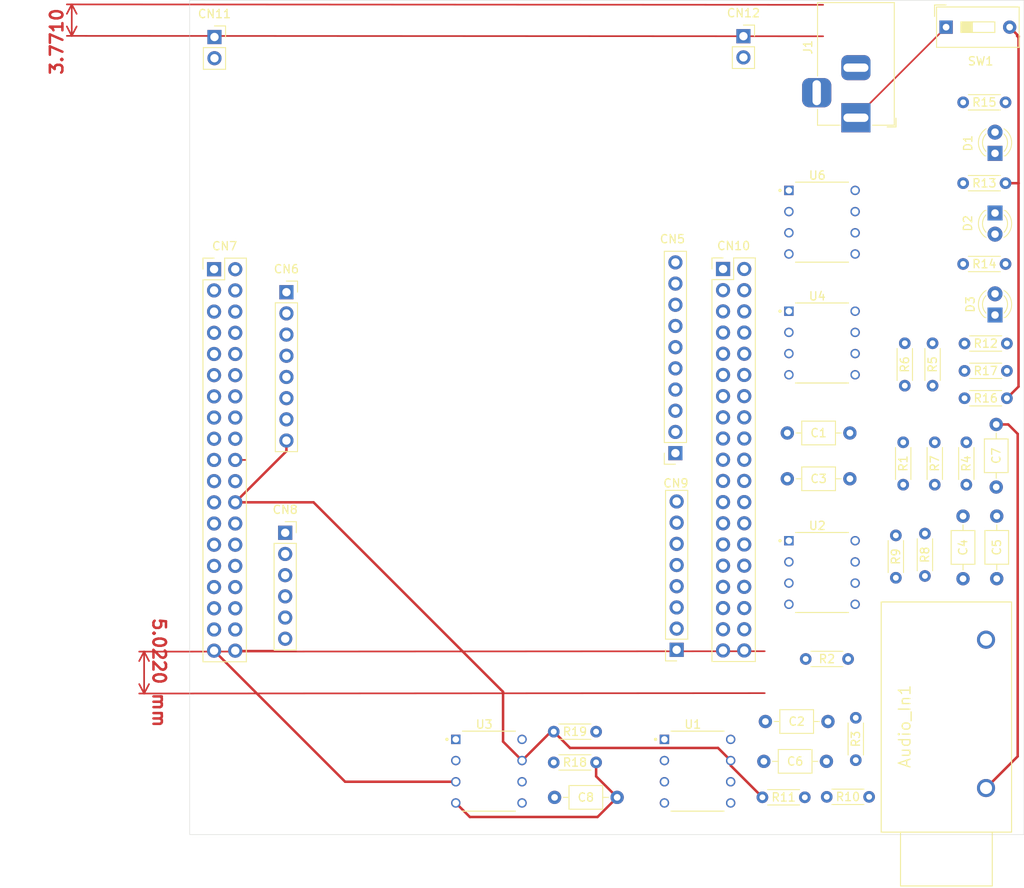
<source format=kicad_pcb>
(kicad_pcb (version 20240108) (generator "pcbnew") (generator_version "8.0")
  (layers (0 "F.Cu" signal) (31 "B.Cu" power) (34 "B.Paste" user) (35 "F.Paste" user) (36 "B.SilkS" user "B.Silkscreen") (37 "F.SilkS" user "F.Silkscreen") (38 "B.Mask" user) (39 "F.Mask" user) (44 "Edge.Cuts" user))
  (net 0 "")
  (net 1 "/PA9")
  (net 2 "/PB6")
  (net 3 "GND")
  (net 4 "/PA6")
  (net 5 "+AREF")
  (net 6 "/PC7")
  (net 7 "/PA7")
  (net 8 "/PA5")
  (net 9 "/PB8")
  (net 10 "/PB9")
  (net 11 "+5V_VIN")
  (net 12 "+5V")
  (net 13 "VIN")
  (net 14 "+3V3")
  (net 15 "/T_NRST")
  (net 16 "/PC12")
  (net 17 "/PF0")
  (net 18 "VDD")
  (net 19 "/PA0")
  (net 20 "Audio In")
  (net 21 "/PC10")
  (net 22 "E5V")
  (net 23 "/PA1")
  (net 24 "/PF1")
  (net 25 "/PB7")
  (net 26 "/PC11")
  (net 27 "/PC13")
  (net 28 "VBAT")
  (net 29 "/PA3")
  (net 30 "Net-(C1-Pad1)")
  (net 31 "/PA2")
  (net 32 "/PA15")
  (net 33 "/PD2")
  (net 34 "/DAC1")
  (net 35 "/PC2")
  (net 36 "/PC15")
  (net 37 "/PC14")
  (net 38 "/ARD D0 RX")
  (net 39 "/PA8")
  (net 40 "/PB3")
  (net 41 "/PB4")
  (net 42 "/PB10")
  (net 43 "/PA10")
  (net 44 "/ARD D1 TX")
  (net 45 "/PB5")
  (net 46 "/PB13")
  (net 48 "/PC4")
  (net 49 "/PC8")
  (net 50 "/PB14")
  (net 51 "+VREFP")
  (net 52 "/PC9")
  (net 53 "/PA12")
  (net 54 "/PA11")
  (net 55 "AGND")
  (net 56 "/PB1")
  (net 59 "+5V_USB_CHGR")
  (net 60 "/PB11")
  (net 61 "/PB2")
  (net 62 "/PC5")
  (net 63 "/PB15")
  (net 64 "/PC6")
  (net 65 "/PB12")
  (net 70 "Net-(C2-Pad2)")
  (net 71 "Net-(U1--)")
  (net 72 "Net-(U1-+)")
  (net 73 "Net-(C4-Pad2)")
  (net 74 "Net-(U2--)")
  (net 75 "Net-(U2-+)")
  (net 76 "Net-(C6-Pad2)")
  (net 77 "ADC1")
  (net 78 "Net-(SW1-A)")
  (net 79 "Net-(R1-Pad1)")
  (net 80 "Net-(U3--)")
  (net 81 "Net-(D2-A)")
  (net 82 "Net-(C7-Pad1)")
  (net 83 "Net-(D1-A)")
  (net 84 "Net-(D3-A)")
  (net 85 "Net-(R14-Pad1)")
  (net 86 "Net-(R15-Pad1)")
  (net 87 "Net-(U4--)")
  (net 88 "Net-(U6-+)")
  (net 89 "Net-(U6--)")
  (footprint "Connector_PinSocket_2.54mm:PinSocket_1x02_P2.54mm_Vertical" (layer "F.Cu") (at 24.982 20.45)
    (property "Reference" "CN11" (at 0 -2.77 360) (layer "F.SilkS"))
    (property "Value" "Conn_01x02")
    (pad "1" thru_hole rect (at 0 0) (size 1.7 1.7) (drill 1) (layers "*.Cu" "*.Mask") (net 3 "GND"))
    (pad "2" thru_hole oval (at 0 2.54) (size 1.7 1.7) (drill 1) (layers "*.Cu" "*.Mask") (net 3 "GND"))
  )
  (footprint "Resistor_THT:R_Axial_DIN0204_L3.6mm_D1.6mm_P5.08mm_Horizontal" (layer "F.Cu") (at 114.717 28.279)
    (property "Reference" "R15" (at 2.54 0 360) (layer "F.SilkS"))
    (property "Value" "220")
    (pad "1" thru_hole circle (at 0 0) (size 1.4 1.4) (drill 0.7) (layers "*.Cu" "*.Mask") (net 86 "Net-(R15-Pad1)"))
    (pad "2" thru_hole oval (at 5.08 0) (size 1.4 1.4) (drill 0.7) (layers "*.Cu" "*.Mask") (net 83 "Net-(D1-A)"))
  )
  (footprint "Capacitor_THT:C_Axial_L3.8mm_D2.6mm_P7.50mm_Horizontal" (layer "F.Cu") (at 90.829 107.267)
    (property "Reference" "C6" (at 3.75 0 360) (layer "F.SilkS"))
    (property "Value" "270µ")
    (pad "1" thru_hole circle (at 0 0) (size 1.6 1.6) (drill 0.8) (layers "*.Cu" "*.Mask") (net 74 "Net-(U2--)"))
    (pad "2" thru_hole oval (at 7.5 0) (size 1.6 1.6) (drill 0.8) (layers "*.Cu" "*.Mask") (net 76 "Net-(C6-Pad2)"))
  )
  (footprint "LED_THT:LED_D3.0mm" (layer "F.Cu") (at 118.537 41.541 -90)
    (property "Reference" "D2" (at 1.238 3.258 90) (layer "F.SilkS"))
    (property "Value" "LED")
    (pad "1" thru_hole rect (at 0 0 270) (size 1.8 1.8) (drill 0.9) (layers "*.Cu" "*.Mask") (net 55 "AGND"))
    (pad "2" thru_hole circle (at 2.54 0 270) (size 1.8 1.8) (drill 0.9) (layers "*.Cu" "*.Mask") (net 81 "Net-(D2-A)"))
  )
  (footprint "Button_Switch_THT:SW_DIP_SPSTx01_Slide_9.78x4.72mm_W7.62mm_P2.54mm" (layer "F.Cu") (at 112.67 19.267)
    (property "Reference" "SW1" (at 4.1385 4.078 360) (layer "F.SilkS"))
    (property "Value" "SW_SPST")
    (pad "1" thru_hole rect (at 0 0) (size 1.6 1.6) (drill 0.8) (layers "*.Cu" "*.Mask") (net 78 "Net-(SW1-A)"))
    (pad "2" thru_hole oval (at 7.62 0) (size 1.6 1.6) (drill 0.8) (layers "*.Cu" "*.Mask") (net 13 "VIN"))
  )
  (footprint "Capacitor_THT:C_Axial_L3.8mm_D2.6mm_P7.50mm_Horizontal" (layer "F.Cu") (at 114.702 77.876 -90)
    (property "Reference" "C4" (at 3.75 0 90) (layer "F.SilkS"))
    (property "Value" "1.8n")
    (pad "1" thru_hole circle (at 0 0 270) (size 1.6 1.6) (drill 0.8) (layers "*.Cu" "*.Mask") (net 74 "Net-(U2--)"))
    (pad "2" thru_hole oval (at 7.5 0 270) (size 1.6 1.6) (drill 0.8) (layers "*.Cu" "*.Mask") (net 73 "Net-(C4-Pad2)"))
  )
  (footprint "Connector_PinSocket_2.54mm:PinSocket_1x06_P2.54mm_Vertical" (layer "F.Cu") (at 33.459 79.869)
    (property "Reference" "CN8" (at 0 -2.77 360) (layer "F.SilkS"))
    (property "Value" "Conn_01x06")
    (pad "1" thru_hole rect (at 0 0) (size 1.7 1.7) (drill 1) (layers "*.Cu" "*.Mask") (net 19 "/PA0"))
    (pad "2" thru_hole oval (at 0 2.54) (size 1.7 1.7) (drill 1) (layers "*.Cu" "*.Mask") (net 23 "/PA1"))
    (pad "3" thru_hole oval (at 0 5.08) (size 1.7 1.7) (drill 1) (layers "*.Cu" "*.Mask") (net 31 "/PA2"))
    (pad "4" thru_hole oval (at 0 7.62) (size 1.7 1.7) (drill 1) (layers "*.Cu" "*.Mask") (net 29 "/PA3"))
    (pad "5" thru_hole oval (at 0 10.16) (size 1.7 1.7) (drill 1) (layers "*.Cu" "*.Mask") (net 34 "/DAC1"))
    (pad "6" thru_hole oval (at 0 12.7) (size 1.7 1.7) (drill 1) (layers "*.Cu" "*.Mask") (net 8 "/PA5"))
  )
  (footprint "Resistor_THT:R_Axial_DIN0204_L3.6mm_D1.6mm_P5.08mm_Horizontal" (layer "F.Cu") (at 101.846 107.125 90)
    (property "Reference" "R3" (at 2.54 0 90) (layer "F.SilkS"))
    (property "Value" "56K")
    (pad "1" thru_hole circle (at 0 0 90) (size 1.4 1.4) (drill 0.7) (layers "*.Cu" "*.Mask") (net 70 "Net-(C2-Pad2)"))
    (pad "2" thru_hole oval (at 5.08 0 90) (size 1.4 1.4) (drill 0.7) (layers "*.Cu" "*.Mask") (net 72 "Net-(U1-+)"))
  )
  (footprint "Resistor_THT:R_Axial_DIN0204_L3.6mm_D1.6mm_P5.08mm_Horizontal" (layer "F.Cu") (at 107.532 74.106 90)
    (property "Reference" "R1" (at 2.54 0 90) (layer "F.SilkS"))
    (property "Value" "56K")
    (pad "1" thru_hole circle (at 0 0 90) (size 1.4 1.4) (drill 0.7) (layers "*.Cu" "*.Mask") (net 79 "Net-(R1-Pad1)"))
    (pad "2" thru_hole oval (at 5.08 0 90) (size 1.4 1.4) (drill 0.7) (layers "*.Cu" "*.Mask") (net 30 "Net-(C1-Pad1)"))
  )
  (footprint "Resistor_THT:R_Axial_DIN0204_L3.6mm_D1.6mm_P5.08mm_Horizontal" (layer "F.Cu") (at 119.797 37.967 180)
    (property "Reference" "R13" (at 2.54 0 0) (layer "F.SilkS"))
    (property "Value" "220")
    (pad "1" thru_hole circle (at 0 0 180) (size 1.4 1.4) (drill 0.7) (layers "*.Cu" "*.Mask") (net 13 "VIN"))
    (pad "2" thru_hole oval (at 5.08 0 180) (size 1.4 1.4) (drill 0.7) (layers "*.Cu" "*.Mask") (net 81 "Net-(D2-A)"))
  )
  (footprint "Connector_BarrelJack:BarrelJack_Horizontal" (layer "F.Cu") (at 101.8635 30.124 -90)
    (property "Reference" "J1" (at -8.45 5.75 90) (layer "F.SilkS"))
    (property "Value" "Barrel_Jack_Switch")
    (pad "1" thru_hole rect (at 0 0 270) (size 3.5 3.5) (drill oval 1 3) (layers "*.Cu" "*.Mask") (net 78 "Net-(SW1-A)"))
    (pad "2" thru_hole roundrect (at -6 0 270) (size 3 3.5) (drill oval 1 3) (layers "*.Cu" "*.Mask") (net 55 "AGND"))
    (pad "3" thru_hole roundrect (at -3 4.7 270) (size 3.5 3.5) (drill oval 3 1) (layers "*.Cu" "*.Mask") (net 55 "AGND"))
  )
  (footprint "Resistor_THT:R_Axial_DIN0204_L3.6mm_D1.6mm_P5.08mm_Horizontal" (layer "F.Cu") (at 70.725 103.707 180)
    (property "Reference" "R19" (at 2.54 0 360) (layer "F.SilkS"))
    (property "Value" "220")
    (pad "1" thru_hole circle (at 0 0 180) (size 1.4 1.4) (drill 0.7) (layers "*.Cu" "*.Mask") (net 80 "Net-(U3--)"))
    (pad "2" thru_hole oval (at 5.08 0 180) (size 1.4 1.4) (drill 0.7) (layers "*.Cu" "*.Mask") (net 13 "VIN"))
  )
  (footprint "Connector_PinSocket_2.54mm:PinSocket_1x10_P2.54mm_Vertical" (layer "F.Cu") (at 80.229 70.323 180)
    (property "Reference" "CN5" (at 0.355 25.655 360) (layer "F.SilkS"))
    (property "Value" "Conn_01x10")
    (pad "1" thru_hole rect (at 0 0 180) (size 1.7 1.7) (drill 1) (layers "*.Cu" "*.Mask") (net 1 "/PA9"))
    (pad "2" thru_hole oval (at 0 2.54 180) (size 1.7 1.7) (drill 1) (layers "*.Cu" "*.Mask") (net 6 "/PC7"))
    (pad "3" thru_hole oval (at 0 5.08 180) (size 1.7 1.7) (drill 1) (layers "*.Cu" "*.Mask") (net 2 "/PB6"))
    (pad "4" thru_hole oval (at 0 7.62 180) (size 1.7 1.7) (drill 1) (layers "*.Cu" "*.Mask") (net 7 "/PA7"))
    (pad "5" thru_hole oval (at 0 10.16 180) (size 1.7 1.7) (drill 1) (layers "*.Cu" "*.Mask") (net 4 "/PA6"))
    (pad "6" thru_hole oval (at 0 12.7 180) (size 1.7 1.7) (drill 1) (layers "*.Cu" "*.Mask") (net 8 "/PA5"))
    (pad "7" thru_hole oval (at 0 15.24 180) (size 1.7 1.7) (drill 1) (layers "*.Cu" "*.Mask") (net 3 "GND"))
    (pad "8" thru_hole oval (at 0 17.78 180) (size 1.7 1.7) (drill 1) (layers "*.Cu" "*.Mask") (net 5 "+AREF"))
    (pad "9" thru_hole oval (at 0 20.32 180) (size 1.7 1.7) (drill 1) (layers "*.Cu" "*.Mask") (net 10 "/PB9"))
    (pad "10" thru_hole oval (at 0 22.86 180) (size 1.7 1.7) (drill 1) (layers "*.Cu" "*.Mask") (net 9 "/PB8"))
  )
  (footprint "Connector_PinSocket_2.54mm:PinSocket_2x19_P2.54mm_Vertical" (layer "F.Cu") (at 24.933 94 180)
    (property "Reference" "CN7" (at -1.27 48.49 360) (layer "F.SilkS"))
    (property "Value" "Conn_02x19_Odd_Even")
    (pad "1" thru_hole rect (at 0 45.72) (size 1.7 1.7) (drill 1) (layers "*.Cu" "*.Mask") (net 21 "/PC10"))
    (pad "2" thru_hole oval (at -2.54 45.72) (size 1.7 1.7) (drill 1) (layers "*.Cu" "*.Mask") (net 26 "/PC11"))
    (pad "3" thru_hole oval (at 0 43.18) (size 1.7 1.7) (drill 1) (layers "*.Cu" "*.Mask") (net 16 "/PC12"))
    (pad "4" thru_hole oval (at -2.54 43.18) (size 1.7 1.7) (drill 1) (layers "*.Cu" "*.Mask") (net 33 "/PD2"))
    (pad "5" thru_hole oval (at 0 40.64) (size 1.7 1.7) (drill 1) (layers "*.Cu" "*.Mask") (net 18 "VDD"))
    (pad "6" thru_hole oval (at -2.54 40.64) (size 1.7 1.7) (drill 1) (layers "*.Cu" "*.Mask") (net 22 "E5V"))
    (pad "7" thru_hole oval (at 0 38.1) (size 1.7 1.7) (drill 1) (layers "*.Cu" "*.Mask") (net 9 "/PB8"))
    (pad "8" thru_hole oval (at -2.54 38.1) (size 1.7 1.7) (drill 1) (layers "*.Cu" "*.Mask") (net 3 "GND"))
    (pad "9" thru_hole oval (at 0 35.56) (size 1.7 1.7) (drill 1) (layers "*.Cu" "*.Mask"))
    (pad "10" thru_hole oval (at -2.54 35.56) (size 1.7 1.7) (drill 1) (layers "*.Cu" "*.Mask"))
    (pad "11" thru_hole oval (at 0 33.02) (size 1.7 1.7) (drill 1) (layers "*.Cu" "*.Mask"))
    (pad "12" thru_hole oval (at -2.54 33.02) (size 1.7 1.7) (drill 1) (layers "*.Cu" "*.Mask") (net 12 "+5V"))
    (pad "13" thru_hole oval (at 0 30.48) (size 1.7 1.7) (drill 1) (layers "*.Cu" "*.Mask") (net 27 "/PC13"))
    (pad "14" thru_hole oval (at -2.54 30.48) (size 1.7 1.7) (drill 1) (layers "*.Cu" "*.Mask") (net 15 "/T_NRST"))
    (pad "15" thru_hole oval (at 0 27.94) (size 1.7 1.7) (drill 1) (layers "*.Cu" "*.Mask") (net 37 "/PC14"))
    (pad "16" thru_hole oval (at -2.54 27.94) (size 1.7 1.7) (drill 1) (layers "*.Cu" "*.Mask") (net 12 "+5V"))
    (pad "17" thru_hole oval (at 0 25.4) (size 1.7 1.7) (drill 1) (layers "*.Cu" "*.Mask") (net 32 "/PA15"))
    (pad "18" thru_hole oval (at -2.54 25.4) (size 1.7 1.7) (drill 1) (layers "*.Cu" "*.Mask") (net 14 "+3V3"))
    (pad "19" thru_hole oval (at 0 22.86) (size 1.7 1.7) (drill 1) (layers "*.Cu" "*.Mask") (net 3 "GND"))
    (pad "20" thru_hole oval (at -2.54 22.86) (size 1.7 1.7) (drill 1) (layers "*.Cu" "*.Mask") (net 3 "GND"))
    (pad "21" thru_hole oval (at 0 20.32) (size 1.7 1.7) (drill 1) (layers "*.Cu" "*.Mask") (net 25 "/PB7"))
    (pad "22" thru_hole oval (at -2.54 20.32) (size 1.7 1.7) (drill 1) (layers "*.Cu" "*.Mask") (net 3 "GND"))
    (pad "23" thru_hole oval (at 0 17.78) (size 1.7 1.7) (drill 1) (layers "*.Cu" "*.Mask") (net 27 "/PC13"))
    (pad "24" thru_hole oval (at -2.54 17.78) (size 1.7 1.7) (drill 1) (layers "*.Cu" "*.Mask") (net 13 "VIN"))
    (pad "25" thru_hole oval (at 0 15.24) (size 1.7 1.7) (drill 1) (layers "*.Cu" "*.Mask") (net 37 "/PC14"))
    (pad "26" thru_hole oval (at -2.54 15.24) (size 1.7 1.7) (drill 1) (layers "*.Cu" "*.Mask"))
    (pad "27" thru_hole oval (at 0 12.7) (size 1.7 1.7) (drill 1) (layers "*.Cu" "*.Mask") (net 36 "/PC15"))
    (pad "28" thru_hole oval (at -2.54 12.7) (size 1.7 1.7) (drill 1) (layers "*.Cu" "*.Mask") (net 19 "/PA0"))
    (pad "29" thru_hole oval (at 0 10.16) (size 1.7 1.7) (drill 1) (layers "*.Cu" "*.Mask") (net 17 "/PF0"))
    (pad "30" thru_hole oval (at -2.54 10.16) (size 1.7 1.7) (drill 1) (layers "*.Cu" "*.Mask") (net 23 "/PA1"))
    (pad "31" thru_hole oval (at 0 7.62) (size 1.7 1.7) (drill 1) (layers "*.Cu" "*.Mask") (net 24 "/PF1"))
    (pad "32" thru_hole oval (at -2.54 7.62) (size 1.7 1.7) (drill 1) (layers "*.Cu" "*.Mask") (net 31 "/PA2"))
    (pad "33" thru_hole oval (at 0 5.08) (size 1.7 1.7) (drill 1) (layers "*.Cu" "*.Mask") (net 28 "VBAT"))
    (pad "34" thru_hole oval (at -2.54 5.08) (size 1.7 1.7) (drill 1) (layers "*.Cu" "*.Mask") (net 29 "/PA3"))
    (pad "35" thru_hole oval (at 0 2.54) (size 1.7 1.7) (drill 1) (layers "*.Cu" "*.Mask") (net 35 "/PC2"))
    (pad "36" thru_hole oval (at -2.54 2.54) (size 1.7 1.7) (drill 1) (layers "*.Cu" "*.Mask") (net 34 "/DAC1"))
    (pad "37" thru_hole oval (at 0 0) (size 1.7 1.7) (drill 1) (layers "*.Cu" "*.Mask") (net 77 "ADC1"))
    (pad "38" thru_hole oval (at -2.54 0) (size 1.7 1.7) (drill 1) (layers "*.Cu" "*.Mask") (net 8 "/PA5"))
  )
  (footprint "OP07DP:DIP794W45P254L959H508Q8" (layer "F.Cu") (at 97.801 42.644)
    (property "Reference" "U6" (at -0.565 -5.607 0) (layer "F.SilkS"))
    (property "Value" "OP07")
    (pad "1" thru_hole rect (at -3.97 -3.81) (size 1.13 1.13) (drill 0.78) (layers "*.Cu" "*.Mask"))
    (pad "2" thru_hole circle (at -3.97 -1.27) (size 1.13 1.13) (drill 0.78) (layers "*.Cu" "*.Mask") (net 89 "Net-(U6--)"))
    (pad "3" thru_hole circle (at -3.97 1.27) (size 1.13 1.13) (drill 0.78) (layers "*.Cu" "*.Mask") (net 88 "Net-(U6-+)"))
    (pad "4" thru_hole circle (at -3.97 3.81) (size 1.13 1.13) (drill 0.78) (layers "*.Cu" "*.Mask") (net 55 "AGND"))
    (pad "5" thru_hole circle (at 3.97 3.81) (size 1.13 1.13) (drill 0.78) (layers "*.Cu" "*.Mask"))
    (pad "6" thru_hole circle (at 3.97 1.27) (size 1.13 1.13) (drill 0.78) (layers "*.Cu" "*.Mask") (net 79 "Net-(R1-Pad1)"))
    (pad "7" thru_hole circle (at 3.97 -1.27) (size 1.13 1.13) (drill 0.78) (layers "*.Cu" "*.Mask") (net 13 "VIN"))
    (pad "8" thru_hole circle (at 3.97 -3.81) (size 1.13 1.13) (drill 0.78) (layers "*.Cu" "*.Mask"))
  )
  (footprint "Resistor_THT:R_Axial_DIN0204_L3.6mm_D1.6mm_P5.08mm_Horizontal" (layer "F.Cu") (at 98.366 111.521)
    (property "Reference" "R10" (at 2.54 0 360) (layer "F.SilkS"))
    (property "Value" "800")
    (pad "1" thru_hole circle (at 0 0) (size 1.4 1.4) (drill 0.7) (layers "*.Cu" "*.Mask") (net 76 "Net-(C6-Pad2)"))
    (pad "2" thru_hole oval (at 5.08 0) (size 1.4 1.4) (drill 0.7) (layers "*.Cu" "*.Mask") (net 77 "ADC1"))
  )
  (footprint "Resistor_THT:R_Axial_DIN0204_L3.6mm_D1.6mm_P5.08mm_Horizontal" (layer "F.Cu") (at 115.097 74.106 90)
    (property "Reference" "R4" (at 2.54 0 90) (layer "F.SilkS"))
    (property "Value" "10K")
    (pad "1" thru_hole circle (at 0 0 90) (size 1.4 1.4) (drill 0.7) (layers "*.Cu" "*.Mask") (net 82 "Net-(C7-Pad1)"))
    (pad "2" thru_hole oval (at 5.08 0 90) (size 1.4 1.4) (drill 0.7) (layers "*.Cu" "*.Mask") (net 89 "Net-(U6--)"))
  )
  (footprint "Resistor_THT:R_Axial_DIN0204_L3.6mm_D1.6mm_P5.08mm_Horizontal" (layer "F.Cu") (at 106.65 85.263 90)
    (property "Reference" "R9" (at 2.54 0 90) (layer "F.SilkS"))
    (property "Value" "56K")
    (pad "1" thru_hole circle (at 0 0 90) (size 1.4 1.4) (drill 0.7) (layers "*.Cu" "*.Mask") (net 73 "Net-(C4-Pad2)"))
    (pad "2" thru_hole oval (at 5.08 0 90) (size 1.4 1.4) (drill 0.7) (layers "*.Cu" "*.Mask") (net 75 "Net-(U2-+)"))
  )
  (footprint "Capacitor_THT:C_Axial_L3.8mm_D2.6mm_P7.50mm_Horizontal" (layer "F.Cu") (at 118.68 74.387 90)
    (property "Reference" "C7" (at 3.75 0 90) (layer "F.SilkS"))
    (property "Value" "150µ")
    (pad "1" thru_hole circle (at 0 0 90) (size 1.6 1.6) (drill 0.8) (layers "*.Cu" "*.Mask") (net 82 "Net-(C7-Pad1)"))
    (pad "2" thru_hole oval (at 7.5 0 90) (size 1.6 1.6) (drill 0.8) (layers "*.Cu" "*.Mask") (net 20 "Audio In"))
  )
  (footprint "Connector_PinSocket_2.54mm:PinSocket_1x08_P2.54mm_Vertical" (layer "F.Cu") (at 80.376 93.897 180)
    (property "Reference" "CN9" (at 0.09 19.965 360) (layer "F.SilkS"))
    (property "Value" "Conn_01x08")
    (pad "1" thru_hole rect (at 0 0 180) (size 1.7 1.7) (drill 1) (layers "*.Cu" "*.Mask") (net 38 "/ARD D0 RX"))
    (pad "2" thru_hole oval (at 0 2.54 180) (size 1.7 1.7) (drill 1) (layers "*.Cu" "*.Mask") (net 44 "/ARD D1 TX"))
    (pad "3" thru_hole oval (at 0 5.08 180) (size 1.7 1.7) (drill 1) (layers "*.Cu" "*.Mask") (net 43 "/PA10"))
    (pad "4" thru_hole oval (at 0 7.62 180) (size 1.7 1.7) (drill 1) (layers "*.Cu" "*.Mask") (net 40 "/PB3"))
    (pad "5" thru_hole oval (at 0 10.16 180) (size 1.7 1.7) (drill 1) (layers "*.Cu" "*.Mask") (net 45 "/PB5"))
    (pad "6" thru_hole oval (at 0 12.7 180) (size 1.7 1.7) (drill 1) (layers "*.Cu" "*.Mask") (net 41 "/PB4"))
    (pad "7" thru_hole oval (at 0 15.24 180) (size 1.7 1.7) (drill 1) (layers "*.Cu" "*.Mask") (net 42 "/PB10"))
    (pad "8" thru_hole oval (at 0 17.78 180) (size 1.7 1.7) (drill 1) (layers "*.Cu" "*.Mask") (net 39 "/PA8"))
  )
  (footprint "Connector_PinSocket_2.54mm:PinSocket_1x02_P2.54mm_Vertical" (layer "F.Cu") (at 88.382 20.35)
    (property "Reference" "CN12" (at 0 -2.77 360) (layer "F.SilkS"))
    (property "Value" "Conn_01x02")
    (pad "1" thru_hole rect (at 0 0) (size 1.7 1.7) (drill 1) (layers "*.Cu" "*.Mask") (net 3 "GND"))
    (pad "2" thru_hole oval (at 0 2.54) (size 1.7 1.7) (drill 1) (layers "*.Cu" "*.Mask") (net 3 "GND"))
  )
  (footprint "LED_THT:LED_D3.0mm" (layer "F.Cu") (at 118.537 34.393 90)
    (property "Reference" "D1" (at 1.213 -3.235 90) (layer "F.SilkS"))
    (property "Value" "LED")
    (pad "1" thru_hole rect (at 0 0 90) (size 1.8 1.8) (drill 0.9) (layers "*.Cu" "*.Mask") (net 55 "AGND"))
    (pad "2" thru_hole circle (at 2.54 0 90) (size 1.8 1.8) (drill 0.9) (layers "*.Cu" "*.Mask") (net 83 "Net-(D1-A)"))
  )
  (footprint "Resistor_THT:R_Axial_DIN0204_L3.6mm_D1.6mm_P5.08mm_Horizontal" (layer "F.Cu") (at 95.847 94.995)
    (property "Reference" "R2" (at 2.54 0 0) (layer "F.SilkS"))
    (property "Value" "56K")
    (pad "1" thru_hole circle (at 0 0) (size 1.4 1.4) (drill 0.7) (layers "*.Cu" "*.Mask") (net 30 "Net-(C1-Pad1)"))
    (pad "2" thru_hole oval (at 5.08 0) (size 1.4 1.4) (drill 0.7) (layers "*.Cu" "*.Mask") (net 70 "Net-(C2-Pad2)"))
  )
  (footprint "Connector_PinSocket_2.54mm:PinSocket_2x19_P2.54mm_Vertical" (layer "F.Cu") (at 85.938 93.973 180)
    (property "Reference" "CN10" (at -1.27 48.49 360) (layer "F.SilkS"))
    (property "Value" "Conn_02x19_Odd_Even")
    (pad "1" thru_hole rect (at 0 45.72) (size 1.7 1.7) (drill 1) (layers "*.Cu" "*.Mask") (net 52 "/PC9"))
    (pad "2" thru_hole oval (at -2.54 45.72) (size 1.7 1.7) (drill 1) (layers "*.Cu" "*.Mask") (net 49 "/PC8"))
    (pad "3" thru_hole oval (at 0 43.18) (size 1.7 1.7) (drill 1) (layers "*.Cu" "*.Mask") (net 9 "/PB8"))
    (pad "4" thru_hole oval (at -2.54 43.18) (size 1.7 1.7) (drill 1) (layers "*.Cu" "*.Mask") (net 64 "/PC6"))
    (pad "5" thru_hole oval (at 0 40.64) (size 1.7 1.7) (drill 1) (layers "*.Cu" "*.Mask") (net 10 "/PB9"))
    (pad "6" thru_hole oval (at -2.54 40.64) (size 1.7 1.7) (drill 1) (layers "*.Cu" "*.Mask") (net 62 "/PC5"))
    (pad "7" thru_hole oval (at 0 38.1) (size 1.7 1.7) (drill 1) (layers "*.Cu" "*.Mask") (net 51 "+VREFP"))
    (pad "8" thru_hole oval (at -2.54 38.1) (size 1.7 1.7) (drill 1) (layers "*.Cu" "*.Mask") (net 59 "+5V_USB_CHGR"))
    (pad "9" thru_hole oval (at 0 35.56) (size 1.7 1.7) (drill 1) (layers "*.Cu" "*.Mask") (net 3 "GND"))
    (pad "10" thru_hole oval (at -2.54 35.56) (size 1.7 1.7) (drill 1) (layers "*.Cu" "*.Mask"))
    (pad "11" thru_hole oval (at 0 33.02) (size 1.7 1.7) (drill 1) (layers "*.Cu" "*.Mask") (net 8 "/PA5"))
    (pad "12" thru_hole oval (at -2.54 33.02) (size 1.7 1.7) (drill 1) (layers "*.Cu" "*.Mask") (net 53 "/PA12"))
    (pad "13" thru_hole oval (at 0 30.48) (size 1.7 1.7) (drill 1) (layers "*.Cu" "*.Mask") (net 4 "/PA6"))
    (pad "14" thru_hole oval (at -2.54 30.48) (size 1.7 1.7) (drill 1) (layers "*.Cu" "*.Mask") (net 54 "/PA11"))
    (pad "15" thru_hole oval (at 0 27.94) (size 1.7 1.7) (drill 1) (layers "*.Cu" "*.Mask") (net 7 "/PA7"))
    (pad "16" thru_hole oval (at -2.54 27.94) (size 1.7 1.7) (drill 1) (layers "*.Cu" "*.Mask") (net 65 "/PB12"))
    (pad "17" thru_hole oval (at 0 25.4) (size 1.7 1.7) (drill 1) (layers "*.Cu" "*.Mask") (net 2 "/PB6"))
    (pad "18" thru_hole oval (at -2.54 25.4) (size 1.7 1.7) (drill 1) (layers "*.Cu" "*.Mask") (net 60 "/PB11"))
    (pad "19" thru_hole oval (at 0 22.86) (size 1.7 1.7) (drill 1) (layers "*.Cu" "*.Mask") (net 6 "/PC7"))
    (pad "20" thru_hole oval (at -2.54 22.86) (size 1.7 1.7) (drill 1) (layers "*.Cu" "*.Mask") (net 3 "GND"))
    (pad "21" thru_hole oval (at 0 20.32) (size 1.7 1.7) (drill 1) (layers "*.Cu" "*.Mask") (net 1 "/PA9"))
    (pad "22" thru_hole oval (at -2.54 20.32) (size 1.7 1.7) (drill 1) (layers "*.Cu" "*.Mask") (net 61 "/PB2"))
    (pad "23" thru_hole oval (at 0 17.78) (size 1.7 1.7) (drill 1) (layers "*.Cu" "*.Mask") (net 39 "/PA8"))
    (pad "24" thru_hole oval (at -2.54 17.78) (size 1.7 1.7) (drill 1) (layers "*.Cu" "*.Mask") (net 56 "/PB1"))
    (pad "25" thru_hole oval (at 0 15.24) (size 1.7 1.7) (drill 1) (layers "*.Cu" "*.Mask") (net 42 "/PB10"))
    (pad "26" thru_hole oval (at -2.54 15.24) (size 1.7 1.7) (drill 1) (layers "*.Cu" "*.Mask") (net 63 "/PB15"))
    (pad "27" thru_hole oval (at 0 12.7) (size 1.7 1.7) (drill 1) (layers "*.Cu" "*.Mask") (net 41 "/PB4"))
    (pad "28" thru_hole oval (at -2.54 12.7) (size 1.7 1.7) (drill 1) (layers "*.Cu" "*.Mask") (net 50 "/PB14"))
    (pad "29" thru_hole oval (at 0 10.16) (size 1.7 1.7) (drill 1) (layers "*.Cu" "*.Mask") (net 45 "/PB5"))
    (pad "30" thru_hole oval (at -2.54 10.16) (size 1.7 1.7) (drill 1) (layers "*.Cu" "*.Mask") (net 46 "/PB13"))
    (pad "31" thru_hole oval (at 0 7.62) (size 1.7 1.7) (drill 1) (layers "*.Cu" "*.Mask") (net 40 "/PB3"))
    (pad "32" thru_hole oval (at -2.54 7.62) (size 1.7 1.7) (drill 1) (layers "*.Cu" "*.Mask") (net 55 "AGND"))
    (pad "33" thru_hole oval (at 0 5.08) (size 1.7 1.7) (drill 1) (layers "*.Cu" "*.Mask") (net 43 "/PA10"))
    (pad "34" thru_hole oval (at -2.54 5.08) (size 1.7 1.7) (drill 1) (layers "*.Cu" "*.Mask") (net 48 "/PC4"))
    (pad "35" thru_hole oval (at 0 2.54) (size 1.7 1.7) (drill 1) (layers "*.Cu" "*.Mask") (net 44 "/ARD D1 TX"))
    (pad "36" thru_hole oval (at -2.54 2.54) (size 1.7 1.7) (drill 1) (layers "*.Cu" "*.Mask"))
    (pad "37" thru_hole oval (at 0 0) (size 1.7 1.7) (drill 1) (layers "*.Cu" "*.Mask") (net 38 "/ARD D0 RX"))
    (pad "38" thru_hole oval (at -2.54 0) (size 1.7 1.7) (drill 1) (layers "*.Cu" "*.Mask"))
  )
  (footprint "Resistor_THT:R_Axial_DIN0204_L3.6mm_D1.6mm_P5.08mm_Horizontal" (layer "F.Cu") (at 111.3145 74.106 90)
    (property "Reference" "R7" (at 2.54 0 90) (layer "F.SilkS"))
    (property "Value" "150k")
    (pad "1" thru_hole circle (at 0 0 90) (size 1.4 1.4) (drill 0.7) (layers "*.Cu" "*.Mask") (net 79 "Net-(R1-Pad1)"))
    (pad "2" thru_hole oval (at 5.08 0 90) (size 1.4 1.4) (drill 0.7) (layers "*.Cu" "*.Mask") (net 89 "Net-(U6--)"))
  )
  (footprint "Resistor_THT:R_Axial_DIN0204_L3.6mm_D1.6mm_P5.08mm_Horizontal" (layer "F.Cu") (at 65.645 107.395)
    (property "Reference" "R18" (at 2.54 0 0) (layer "F.SilkS"))
    (property "Value" "10k")
    (pad "1" thru_hole circle (at 0 0) (size 1.4 1.4) (drill 0.7) (layers "*.Cu" "*.Mask") (net 80 "Net-(U3--)"))
    (pad "2" thru_hole oval (at 5.08 0) (size 1.4 1.4) (drill 0.7) (layers "*.Cu" "*.Mask") (net 55 "AGND"))
  )
  (footprint "Capacitor_THT:C_Axial_L3.8mm_D2.6mm_P7.50mm_Horizontal" (layer "F.Cu") (at 101.141 67.909 180)
    (property "Reference" "C1" (at 3.75 0 360) (layer "F.SilkS"))
    (property "Value" "680p")
    (pad "1" thru_hole circle (at 0 0 180) (size 1.6 1.6) (drill 0.8) (layers "*.Cu" "*.Mask") (net 30 "Net-(C1-Pad1)"))
    (pad "2" thru_hole oval (at 7.5 0 180) (size 1.6 1.6) (drill 0.8) (layers "*.Cu" "*.Mask") (net 55 "AGND"))
  )
  (footprint "Resistor_THT:R_Axial_DIN0204_L3.6mm_D1.6mm_P5.08mm_Horizontal" (layer "F.Cu") (at 114.717 47.655)
    (property "Reference" "R14" (at 2.54 0 0) (layer "F.SilkS"))
    (property "Value" "220")
    (pad "1" thru_hole circle (at 0 0) (size 1.4 1.4) (drill 0.7) (layers "*.Cu" "*.Mask") (net 85 "Net-(R14-Pad1)"))
    (pad "2" thru_hole oval (at 5.08 0) (size 1.4 1.4) (drill 0.7) (layers "*.Cu" "*.Mask") (net 84 "Net-(D3-A)"))
  )
  (footprint "Capacitor_THT:C_Axial_L3.8mm_D2.6mm_P7.50mm_Horizontal" (layer "F.Cu") (at 118.742 77.869 -90)
    (property "Reference" "C5" (at 3.75 0 90) (layer "F.SilkS"))
    (property "Value" "180p")
    (pad "1" thru_hole circle (at 0 0 270) (size 1.6 1.6) (drill 0.8) (layers "*.Cu" "*.Mask") (net 75 "Net-(U2-+)"))
    (pad "2" thru_hole oval (at 7.5 0 270) (size 1.6 1.6) (drill 0.8) (layers "*.Cu" "*.Mask") (net 55 "AGND"))
  )
  (footprint "Resistor_THT:R_Axial_DIN0204_L3.6mm_D1.6mm_P5.08mm_Horizontal" (layer "F.Cu") (at 95.737 111.574 180)
    (property "Reference" "R11" (at 2.54 0 360) (layer "F.SilkS"))
    (property "Value" "4.45K")
    (pad "1" thru_hole circle (at 0 0 180) (size 1.4 1.4) (drill 0.7) (layers "*.Cu" "*.Mask") (net 77 "ADC1"))
    (pad "2" thru_hole oval (at 5.08 0 180) (size 1.4 1.4) (drill 0.7) (layers "*.Cu" "*.Mask") (net 13 "VIN"))
  )
  (footprint "Capacitor_THT:C_Axial_L3.8mm_D2.6mm_P7.50mm_Horizontal" (layer "F.Cu") (at 65.745 111.583)
    (property "Reference" "C8" (at 3.75 0 0) (layer "F.SilkS"))
    (property "Value" "1n")
    (pad "1" thru_hole circle (at 0 0) (size 1.6 1.6) (drill 0.8) (layers "*.Cu" "*.Mask") (net 88 "Net-(U6-+)"))
    (pad "2" thru_hole oval (at 7.5 0) (size 1.6 1.6) (drill 0.8) (layers "*.Cu" "*.Mask") (net 55 "AGND"))
  )
  (footprint "Resistor_THT:R_Axial_DIN0204_L3.6mm_D1.6mm_P5.08mm_Horizontal" (layer "F.Cu") (at 111.05 62.237 90)
    (property "Reference" "R5" (at 2.54 0 90) (layer "F.SilkS"))
    (property "Value" "31K")
    (pad "1" thru_hole circle (at 0 0 90) (size 1.4 1.4) (drill 0.7) (layers "*.Cu" "*.Mask") (net 88 "Net-(U6-+)"))
    (pad "2" thru_hole oval (at 5.08 0 90) (size 1.4 1.4) (drill 0.7) (layers "*.Cu" "*.Mask") (net 13 "VIN"))
  )
  (footprint "Resistor_THT:R_Axial_DIN0204_L3.6mm_D1.6mm_P5.08mm_Horizontal" (layer "F.Cu") (at 119.96 57.185 180)
    (property "Reference" "R12" (at 2.54 0 0) (layer "F.SilkS"))
    (property "Value" "1K")
    (pad "1" thru_hole circle (at 0 0 180) (size 1.4 1.4) (drill 0.7) (layers "*.Cu" "*.Mask") (net 55 "AGND"))
    (pad "2" thru_hole oval (at 5.08 0 180) (size 1.4 1.4) (drill 0.7) (layers "*.Cu" "*.Mask") (net 77 "ADC1"))
  )
  (footprint "OP07DP:DIP794W45P254L959H508Q8" (layer "F.Cu") (at 57.877 108.442)
    (property "Reference" "U3" (at -0.565 -5.607 0) (layer "F.SilkS"))
    (property "Value" "OP07")
    (pad "1" thru_hole rect (at -3.97 -3.81) (size 1.13 1.13) (drill 0.78) (layers "*.Cu" "*.Mask"))
    (pad "2" thru_hole circle (at -3.97 -1.27) (size 1.13 1.13) (drill 0.78) (layers "*.Cu" "*.Mask") (net 80 "Net-(U3--)"))
    (pad "3" thru_hole circle (at -3.97 1.27) (size 1.13 1.13) (drill 0.78) (layers "*.Cu" "*.Mask") (net 77 "ADC1"))
    (pad "4" thru_hole circle (at -3.97 3.81) (size 1.13 1.13) (drill 0.78) (layers "*.Cu" "*.Mask") (net 55 "AGND"))
    (pad "5" thru_hole circle (at 3.97 3.81) (size 1.13 1.13) (drill 0.78) (layers "*.Cu" "*.Mask"))
    (pad "6" thru_hole circle (at 3.97 1.27) (size 1.13 1.13) (drill 0.78) (layers "*.Cu" "*.Mask") (net 86 "Net-(R15-Pad1)"))
    (pad "7" thru_hole circle (at 3.97 -1.27) (size 1.13 1.13) (drill 0.78) (layers "*.Cu" "*.Mask") (net 13 "VIN"))
    (pad "8" thru_hole circle (at 3.97 -3.81) (size 1.13 1.13) (drill 0.78) (layers "*.Cu" "*.Mask"))
  )
  (footprint "OP07DP:DIP794W45P254L959H508Q8" (layer "F.Cu") (at 97.801 57.122)
    (property "Reference" "U4" (at -0.565 -5.607 0) (layer "F.SilkS"))
    (property "Value" "OP07")
    (pad "1" thru_hole rect (at -3.97 -3.81) (size 1.13 1.13) (drill 0.78) (layers "*.Cu" "*.Mask"))
    (pad "2" thru_hole circle (at -3.97 -1.27) (size 1.13 1.13) (drill 0.78) (layers "*.Cu" "*.Mask") (net 87 "Net-(U4--)"))
    (pad "3" thru_hole circle (at -3.97 1.27) (size 1.13 1.13) (drill 0.78) (layers "*.Cu" "*.Mask") (net 77 "ADC1"))
    (pad "4" thru_hole circle (at -3.97 3.81) (size 1.13 1.13) (drill 0.78) (layers "*.Cu" "*.Mask") (net 55 "AGND"))
    (pad "5" thru_hole circle (at 3.97 3.81) (size 1.13 1.13) (drill 0.78) (layers "*.Cu" "*.Mask"))
    (pad "6" thru_hole circle (at 3.97 1.27) (size 1.13 1.13) (drill 0.78) (layers "*.Cu" "*.Mask") (net 85 "Net-(R14-Pad1)"))
    (pad "7" thru_hole circle (at 3.97 -1.27) (size 1.13 1.13) (drill 0.78) (layers "*.Cu" "*.Mask") (net 13 "VIN"))
    (pad "8" thru_hole circle (at 3.97 -3.81) (size 1.13 1.13) (drill 0.78) (layers "*.Cu" "*.Mask"))
  )
  (footprint "Resistor_THT:R_Axial_DIN0204_L3.6mm_D1.6mm_P5.08mm_Horizontal" (layer "F.Cu") (at 114.88 60.4645)
    (property "Reference" "R17" (at 2.54 0 360) (layer "F.SilkS"))
    (property "Value" "10k")
    (pad "1" thru_hole circle (at 0 0) (size 1.4 1.4) (drill 0.7) (layers "*.Cu" "*.Mask") (net 87 "Net-(U4--)"))
    (pad "2" thru_hole oval (at 5.08 0) (size 1.4 1.4) (drill 0.7) (layers "*.Cu" "*.Mask") (net 55 "AGND"))
  )
  (footprint "Connector_PinSocket_2.54mm:PinSocket_1x08_P2.54mm_Vertical" (layer "F.Cu") (at 33.606 51.035)
    (property "Reference" "CN6" (at 0 -2.77 360) (layer "F.SilkS"))
    (property "Value" "Conn_01x08" (hide yes))
    (pad "1" thru_hole rect (at 0 0) (size 1.7 1.7) (drill 1) (layers "*.Cu" "*.Mask") (net 11 "+5V_VIN"))
    (pad "2" thru_hole oval (at 0 2.54) (size 1.7 1.7) (drill 1) (layers "*.Cu" "*.Mask") (net 14 "+3V3"))
    (pad "3" thru_hole oval (at 0 5.08) (size 1.7 1.7) (drill 1) (layers "*.Cu" "*.Mask") (net 15 "/T_NRST"))
    (pad "4" thru_hole oval (at 0 7.62) (size 1.7 1.7) (drill 1) (layers "*.Cu" "*.Mask") (net 14 "+3V3"))
    (pad "5" thru_hole oval (at 0 10.16) (size 1.7 1.7) (drill 1) (layers "*.Cu" "*.Mask") (net 12 "+5V"))
    (pad "6" thru_hole oval (at 0 12.7) (size 1.7 1.7) (drill 1) (layers "*.Cu" "*.Mask") (net 3 "GND"))
    (pad "7" thru_hole oval (at 0 15.24) (size 1.7 1.7) (drill 1) (layers "*.Cu" "*.Mask") (net 3 "GND"))
    (pad "8" thru_hole oval (at 0 17.78) (size 1.7 1.7) (drill 1) (layers "*.Cu" "*.Mask") (net 13 "VIN"))
  )
  (footprint "OP07DP:DIP794W45P254L959H508Q8" (layer "F.Cu") (at 82.882 108.442)
    (property "Reference" "U1" (at -0.565 -5.607 0) (layer "F.SilkS"))
    (property "Value" "OP07")
    (pad "1" thru_hole rect (at -3.97 -3.81) (size 1.13 1.13) (drill 0.78) (layers "*.Cu" "*.Mask"))
    (pad "2" thru_hole circle (at -3.97 -1.27) (size 1.13 1.13) (drill 0.78) (layers "*.Cu" "*.Mask") (net 71 "Net-(U1--)"))
    (pad "3" thru_hole circle (at -3.97 1.27) (size 1.13 1.13) (drill 0.78) (layers "*.Cu" "*.Mask") (net 72 "Net-(U1-+)"))
    (pad "4" thru_hole circle (at -3.97 3.81) (size 1.13 1.13) (drill 0.78) (layers "*.Cu" "*.Mask") (net 3 "GND"))
    (pad "5" thru_hole circle (at 3.97 3.81) (size 1.13 1.13) (drill 0.78) (layers "*.Cu" "*.Mask"))
    (pad "6" thru_hole circle (at 3.97 1.27) (size 1.13 1.13) (drill 0.78) (layers "*.Cu" "*.Mask") (net 71 "Net-(U1--)"))
    (pad "7" thru_hole circle (at 3.97 -1.27) (size 1.13 1.13) (drill 0.78) (layers "*.Cu" "*.Mask") (net 13 "VIN"))
    (pad "8" thru_hole circle (at 3.97 -3.81) (size 1.13 1.13) (drill 0.78) (layers "*.Cu" "*.Mask"))
  )
  (footprint "Capacitor_THT:C_Axial_L3.8mm_D2.6mm_P7.50mm_Horizontal" (layer "F.Cu") (at 91.014 102.49)
    (property "Reference" "C2" (at 3.75 0 0) (layer "F.SilkS"))
    (property "Value" "1n")
    (pad "1" thru_hole circle (at 0 0) (size 1.6 1.6) (drill 0.8) (layers "*.Cu" "*.Mask") (net 71 "Net-(U1--)"))
    (pad "2" thru_hole oval (at 7.5 0) (size 1.6 1.6) (drill 0.8) (layers "*.Cu" "*.Mask") (net 70 "Net-(C2-Pad2)"))
  )
  (footprint "LED_THT:LED_D3.0mm" (layer "F.Cu") (at 118.537 53.769 90)
    (property "Reference" "D3" (at 1.27 -2.96 90) (layer "F.SilkS"))
    (property "Value" "LED")
    (pad "1" thru_hole rect (at 0 0 90) (size 1.8 1.8) (drill 0.9) (layers "*.Cu" "*.Mask") (net 55 "AGND"))
    (pad "2" thru_hole circle (at 2.54 0 90) (size 1.8 1.8) (drill 0.9) (layers "*.Cu" "*.Mask") (net 84 "Net-(D3-A)"))
  )
  (footprint "Resistor_THT:R_Axial_DIN0204_L3.6mm_D1.6mm_P5.08mm_Horizontal" (layer "F.Cu") (at 107.721 57.157 -90)
    (property "Reference" "R6" (at 2.54 0 90) (layer "F.SilkS"))
    (property "Value" "1K")
    (pad "1" thru_hole circle (at 0 0 270) (size 1.4 1.4) (drill 0.7) (layers "*.Cu" "*.Mask") (net 55 "AGND"))
    (pad "2" thru_hole oval (at 5.08 0 270) (size 1.4 1.4) (drill 0.7) (layers "*.Cu" "*.Mask") (net 88 "Net-(U6-+)"))
  )
  (footprint "Resistor_THT:R_Axial_DIN0204_L3.6mm_D1.6mm_P5.08mm_Horizontal" (layer "F.Cu") (at 114.88 63.744)
    (property "Reference" "R16" (at 2.54 0 360) (layer "F.SilkS"))
    (property "Value" "220")
    (pad "1" thru_hole circle (at 0 0) (size 1.4 1.4) (drill 0.7) (layers "*.Cu" "*.Mask") (net 87 "Net-(U4--)"))
    (pad "2" thru_hole oval (at 5.08 0) (size 1.4 1.4) (drill 0.7) (layers "*.Cu" "*.Mask") (net 13 "VIN"))
  )
  (footprint "OP07DP:DIP794W45P254L959H508Q8" (layer "F.Cu") (at 97.801 84.631)
    (property "Reference" "U2" (at -0.565 -5.607 0) (layer "F.SilkS"))
    (property "Value" "OP07")
    (pad "1" thru_hole rect (at -3.97 -3.81) (size 1.13 1.13) (drill 0.78) (layers "*.Cu" "*.Mask"))
    (pad "2" thru_hole circle (at -3.97 -1.27) (size 1.13 1.13) (drill 0.78) (layers "*.Cu" "*.Mask") (net 74 "Net-(U2--)"))
    (pad "3" thru_hole circle (at -3.97 1.27) (size 1.13 1.13) (drill 0.78) (layers "*.Cu" "*.Mask") (net 75 "Net-(U2-+)"))
    (pad "4" thru_hole circle (at -3.97 3.81) (size 1.13 1.13) (drill 0.78) (layers "*.Cu" "*.Mask") (net 3 "GND"))
    (pad "5" thru_hole circle (at 3.97 3.81) (size 1.13 1.13) (drill 0.78) (layers "*.Cu" "*.Mask"))
    (pad "6" thru_hole circle (at 3.97 1.27) (size 1.13 1.13) (drill 0.78) (layers "*.Cu" "*.Mask") (net 74 "Net-(U2--)"))
    (pad "7" thru_hole circle (at 3.97 -1.27) (size 1.13 1.13) (drill 0.78) (layers "*.Cu" "*.Mask") (net 13 "VIN"))
    (pad "8" thru_hole circle (at 3.97 -3.81) (size 1.13 1.13) (drill 0.78) (layers "*.Cu" "*.Mask"))
  )
  (footprint "Resistor_THT:R_Axial_DIN0204_L3.6mm_D1.6mm_P5.08mm_Horizontal" (layer "F.Cu") (at 110.135 79.966 -90)
    (property "Reference" "R8" (at 2.54 0 90) (layer "F.SilkS"))
    (property "Value" "56K")
    (pad "1" thru_hole circle (at 0 0 270) (size 1.4 1.4) (drill 0.7) (layers "*.Cu" "*.Mask") (net 71 "Net-(U1--)"))
    (pad "2" thru_hole oval (at 5.08 0 270) (size 1.4 1.4) (drill 0.7) (layers "*.Cu" "*.Mask") (net 73 "Net-(C4-Pad2)"))
  )
  (footprint "SN49B11:SWITCHCRAFT_SN49B11" (layer "F.Cu") (at 112.707 105.182 -90)
    (property "Reference" "Audio_In1" (at -2.113 5.001 90) (layer "F.SilkS") (effects (font (size 1.4 1.4))))
    (property "Value" "SN49B11")
    (pad "" np_thru_hole circle (at -12.4968 0 270) (size 3.2512 3.2512) (drill 3.2512) (layers "*.Cu" "*.Mask"))
    (pad "" np_thru_hole circle (at -7.4168 0 270) (size 3.2512 3.2512) (drill 3.2512) (layers "*.Cu" "*.Mask"))
    (pad "" np_thru_hole circle (at 5.2832 0 270) (size 3.2512 3.2512) (drill 3.2512) (layers "*.Cu" "*.Mask"))
    (pad "S" thru_hole circle (at 5.2832 -4.7498 270) (size 2.1717 2.1717) (drill 1.4478) (layers "*.Cu" "*.Mask") (net 20 "Audio In"))
    (pad "T" thru_hole circle (at -12.4968 -4.7498 270) (size 2.1717 2.1717) (drill 1.4478) (layers "*.Cu" "*.Mask") (net 55 "AGND"))
  )
  (footprint "Capacitor_THT:C_Axial_L3.8mm_D2.6mm_P7.50mm_Horizontal" (layer "F.Cu") (at 101.141 73.397 180)
    (property "Reference" "C3" (at 3.75 0 360) (layer "F.SilkS"))
    (property "Value" "220p")
    (pad "1" thru_hole circle (at 0 0 180) (size 1.6 1.6) (drill 0.8) (layers "*.Cu" "*.Mask") (net 72 "Net-(U1-+)"))
    (pad "2" thru_hole oval (at 7.5 0 180) (size 1.6 1.6) (drill 0.8) (layers "*.Cu" "*.Mask") (net 55 "AGND"))
  )
  (gr_rect (start 22.0048 16.038) (end 122.0048 116.038) (stroke (width 0.05)) (fill none) (layer "Edge.Cuts"))
  (dimension (type aligned) (layer "F.Cu") (pts (xy 91.432 99.09) (xy 91.429 94.068)) (height -74.881191) (gr_text "5.0220 mm" (at 18.349322 96.622657 -89.96577313) (layer "F.Cu") (effects (font (size 1.5 1.5) (thickness 0.3)))) (format (prefix "") (suffix "") (units 3) (units_format 1) (precision 4)) (style (thickness 0.2) (arrow_length 1.27) (text_position_mode 0) (extension_height 0.58642) (extension_offset 0.5) keep_text_aligned))
  (dimension (type aligned) (layer "F.Cu") (pts (xy 98.432 16.59) (xy 98.43 20.361)) (height 90.55458) (gr_text "3.7710 mm" (at 6.076433 18.426518 89.96961242) (layer "F.Cu") (effects (font (size 1.5 1.5) (thickness 0.3)))) (format (prefix "") (suffix "") (units 3) (units_format 1) (precision 4)) (style (thickness 0.2) (arrow_length 1.27) (text_position_mode 0) (extension_height 0.58642) (extension_offset 0.5) keep_text_aligned))
  (segment (start 24.933 71.14) (end 24.885 71.14) (width 0.2) (layer "F.Cu") (net 3))
  (segment (start 24.885 71.14) (end 24.6372 71.3878) (width 0.2) (layer "F.Cu") (net 3))
  (segment (start 27.473 71.14) (end 28.741 71.14) (width 0.2) (layer "F.Cu") (net 3))
  (segment (start 27.473 94) (end 32.028 94) (width 0.2) (layer "F.Cu") (net 8))
  (segment (start 27.473 76.22) (end 33.606 70.087) (width 0.3) (layer "F.Cu") (net 13))
  (segment (start 65.312 103.707) (end 65.645 103.707) (width 0.3) (layer "F.Cu") (net 13))
  (segment (start 36.857 76.22) (end 59.571 98.934) (width 0.3) (layer "F.Cu") (net 13))
  (segment (start 61.847 107.172) (end 65.312 103.707) (width 0.3) (layer "F.Cu") (net 13))
  (segment (start 27.473 76.22) (end 36.857 76.22) (width 0.3) (layer "F.Cu") (net 13))
  (segment (start 121.353 37.973) (end 121.353 62.351) (width 0.3) (layer "F.Cu") (net 13))
  (segment (start 67.599 105.661) (end 65.645 103.707) (width 0.3) (layer "F.Cu") (net 13))
  (segment (start 33.606 70.087) (end 33.606 68.815) (width 0.3) (layer "F.Cu") (net 13))
  (segment (start 120.29 19.267) (end 121.39 20.367) (width 0.3) (layer "F.Cu") (net 13))
  (segment (start 85.341 105.661) (end 67.599 105.661) (width 0.3) (layer "F.Cu") (net 13))
  (segment (start 59.571 104.896) (end 61.847 107.172) (width 0.3) (layer "F.Cu") (net 13))
  (segment (start 90.657 111.574) (end 86.852 107.769) (width 0.3) (layer "F.Cu") (net 13))
  (segment (start 121.353 20.497) (end 121.353 37.973) (width 0.3) (layer "F.Cu") (net 13))
  (segment (start 59.571 98.934) (end 59.571 104.896) (width 0.3) (layer "F.Cu") (net 13))
  (segment (start 121.174 20.318) (end 121.353 20.497) (width 0.3) (layer "F.Cu") (net 13))
  (segment (start 86.852 107.769) (end 86.852 107.172) (width 0.3) (layer "F.Cu") (net 13))
  (segment (start 121.353 62.351) (end 119.96 63.744) (width 0.3) (layer "F.Cu") (net 13))
  (segment (start 121.347 37.967) (end 121.353 37.973) (width 0.3) (layer "F.Cu") (net 13))
  (segment (start 119.797 37.967) (end 121.347 37.967) (width 0.3) (layer "F.Cu") (net 13))
  (segment (start 86.852 107.172) (end 85.341 105.661) (width 0.3) (layer "F.Cu") (net 13))
  (segment (start 120.123 66.887) (end 118.68 66.887) (width 0.3) (layer "F.Cu") (net 20))
  (segment (start 117.4568 110.4652) (end 121.255 106.667) (width 0.3) (layer "F.Cu") (net 20))
  (segment (start 121.255 68.019) (end 120.123 66.887) (width 0.3) (layer "F.Cu") (net 20))
  (segment (start 121.255 106.667) (end 121.255 68.019) (width 0.3) (layer "F.Cu") (net 20))
  (segment (start 80.452 76.193) (end 80.376 76.117) (width 0.2) (layer "F.Cu") (net 39))
  (segment (start 85.862 86.277) (end 85.938 86.353) (width 0.2) (layer "F.Cu") (net 40))
  (segment (start 85.862 81.197) (end 85.938 81.273) (width 0.2) (layer "F.Cu") (net 41))
  (segment (start 85.862 78.657) (end 85.938 78.733) (width 0.2) (layer "F.Cu") (net 42))
  (segment (start 85.862 88.817) (end 85.938 88.893) (width 0.2) (layer "F.Cu") (net 43))
  (segment (start 85.862 91.357) (end 85.938 91.433) (width 0.2) (layer "F.Cu") (net 44))
  (segment (start 85.862 83.737) (end 85.938 83.813) (width 0.2) (layer "F.Cu") (net 45))
  (segment (start 53.907 112.252) (end 55.588 113.933) (width 0.3) (layer "F.Cu") (net 55))
  (segment (start 70.725 109.063) (end 73.245 111.583) (width 0.3) (layer "F.Cu") (net 55))
  (segment (start 70.725 107.395) (end 70.725 109.063) (width 0.3) (layer "F.Cu") (net 55))
  (segment (start 55.588 113.933) (end 70.895 113.933) (width 0.3) (layer "F.Cu") (net 55))
  (segment (start 70.895 113.933) (end 73.245 111.583) (width 0.3) (layer "F.Cu") (net 55))
  (segment (start 40.645 109.712) (end 53.907 109.712) (width 0.3) (layer "F.Cu") (net 77))
  (segment (start 24.933 94) (end 40.645 109.712) (width 0.3) (layer "F.Cu") (net 77))
  (segment (start 101.8635 30.124) (end 101.8635 30.0735) (width 0.2) (layer "F.Cu") (net 78))
  (segment (start 101.8635 30.0735) (end 112.67 19.267) (width 0.2) (layer "F.Cu") (net 78))
)
</source>
